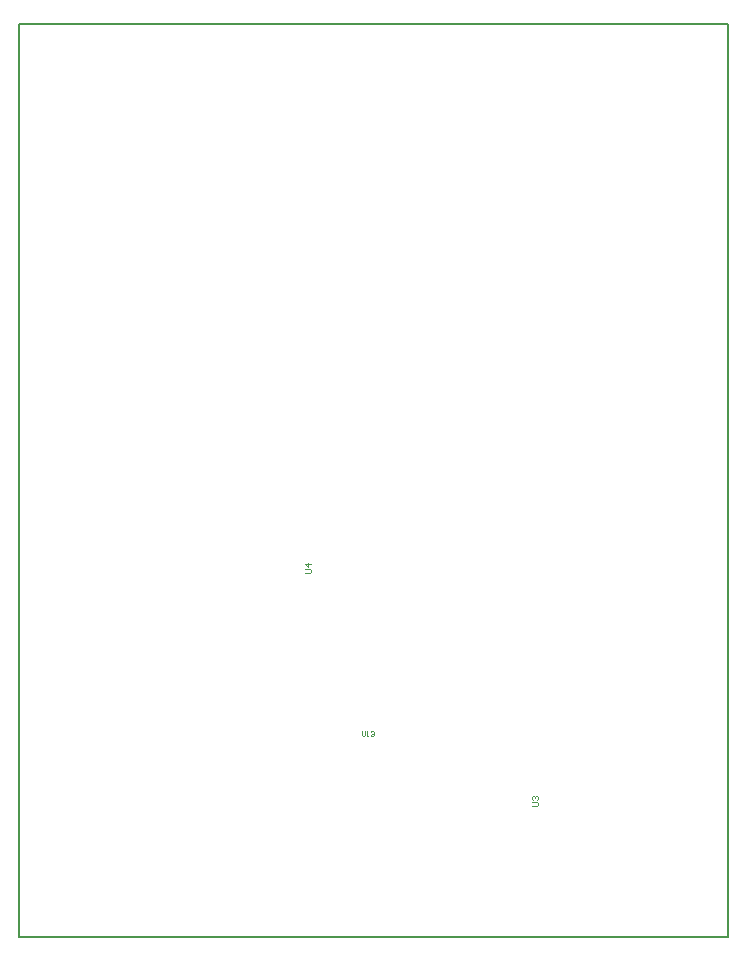
<source format=gm1>
G04*
G04 #@! TF.GenerationSoftware,Altium Limited,Altium Designer,19.1.8 (144)*
G04*
G04 Layer_Color=16711935*
%FSLAX25Y25*%
%MOIN*%
G70*
G01*
G75*
%ADD13C,0.00787*%
%ADD119C,0.00300*%
%ADD120C,0.00236*%
D13*
X161209Y304400D02*
X236221D01*
X236221D02*
X236221Y0D01*
X70866D02*
X90551D01*
X59055D02*
X70866D01*
X90551D02*
X94488D01*
X141732D02*
X177165D01*
X236221D01*
X0D02*
X59055D01*
X0Y304400D02*
X50972D01*
X-0D02*
X0Y0D01*
X50972Y304400D02*
X161209D01*
X94488Y0D02*
X141732D01*
D119*
X171001Y43740D02*
X172667D01*
X173000Y44073D01*
Y44740D01*
X172667Y45073D01*
X171001D01*
X171334Y45739D02*
X171001Y46073D01*
Y46739D01*
X171334Y47072D01*
X171667D01*
X172000Y46739D01*
Y46406D01*
Y46739D01*
X172334Y47072D01*
X172667D01*
X173000Y46739D01*
Y46073D01*
X172667Y45739D01*
X95301Y121300D02*
X96967D01*
X97300Y121633D01*
Y122300D01*
X96967Y122633D01*
X95301D01*
X97300Y124299D02*
X95301D01*
X96300Y123299D01*
Y124632D01*
D120*
X114300Y68574D02*
Y67262D01*
X114562Y67000D01*
X115087D01*
X115349Y67262D01*
Y68574D01*
X115874Y67000D02*
X116399D01*
X116137D01*
Y68574D01*
X115874Y68312D01*
X117186D02*
X117449Y68574D01*
X117973D01*
X118236Y68312D01*
Y68050D01*
X117973Y67787D01*
X117711D01*
X117973D01*
X118236Y67525D01*
Y67262D01*
X117973Y67000D01*
X117449D01*
X117186Y67262D01*
M02*

</source>
